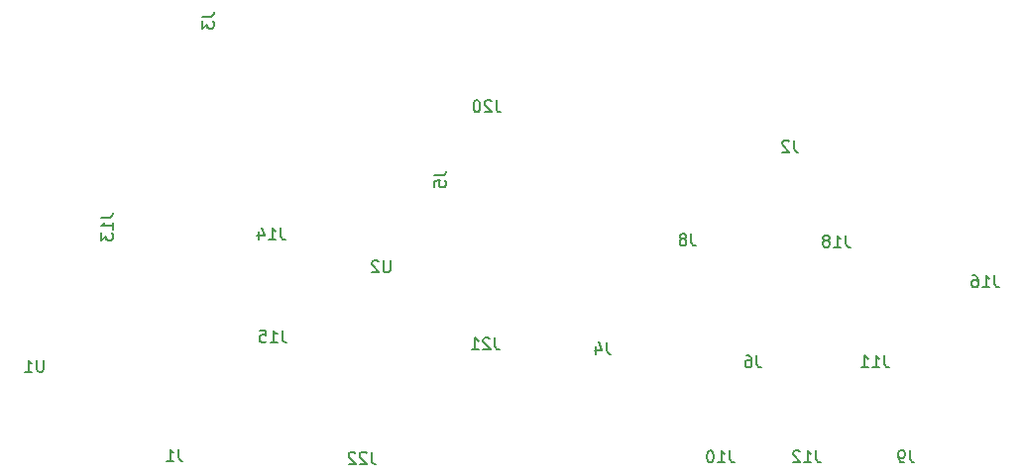
<source format=gbr>
G04 #@! TF.GenerationSoftware,KiCad,Pcbnew,(5.1.5-0-10_14)*
G04 #@! TF.CreationDate,2021-11-28T08:32:57+10:00*
G04 #@! TF.ProjectId,OH - Right Console - Output Distribution,4f48202d-2052-4696-9768-7420436f6e73,rev?*
G04 #@! TF.SameCoordinates,Original*
G04 #@! TF.FileFunction,Legend,Bot*
G04 #@! TF.FilePolarity,Positive*
%FSLAX46Y46*%
G04 Gerber Fmt 4.6, Leading zero omitted, Abs format (unit mm)*
G04 Created by KiCad (PCBNEW (5.1.5-0-10_14)) date 2021-11-28 08:32:57*
%MOMM*%
%LPD*%
G04 APERTURE LIST*
%ADD10C,0.150000*%
G04 APERTURE END LIST*
D10*
X192023904Y-102322380D02*
X192023904Y-103131904D01*
X191976285Y-103227142D01*
X191928666Y-103274761D01*
X191833428Y-103322380D01*
X191642952Y-103322380D01*
X191547714Y-103274761D01*
X191500095Y-103227142D01*
X191452476Y-103131904D01*
X191452476Y-102322380D01*
X191023904Y-102417619D02*
X190976285Y-102370000D01*
X190881047Y-102322380D01*
X190642952Y-102322380D01*
X190547714Y-102370000D01*
X190500095Y-102417619D01*
X190452476Y-102512857D01*
X190452476Y-102608095D01*
X190500095Y-102750952D01*
X191071523Y-103322380D01*
X190452476Y-103322380D01*
X190420523Y-118705380D02*
X190420523Y-119419666D01*
X190468142Y-119562523D01*
X190563380Y-119657761D01*
X190706238Y-119705380D01*
X190801476Y-119705380D01*
X189991952Y-118800619D02*
X189944333Y-118753000D01*
X189849095Y-118705380D01*
X189611000Y-118705380D01*
X189515761Y-118753000D01*
X189468142Y-118800619D01*
X189420523Y-118895857D01*
X189420523Y-118991095D01*
X189468142Y-119133952D01*
X190039571Y-119705380D01*
X189420523Y-119705380D01*
X189039571Y-118800619D02*
X188991952Y-118753000D01*
X188896714Y-118705380D01*
X188658619Y-118705380D01*
X188563380Y-118753000D01*
X188515761Y-118800619D01*
X188468142Y-118895857D01*
X188468142Y-118991095D01*
X188515761Y-119133952D01*
X189087190Y-119705380D01*
X188468142Y-119705380D01*
X200961523Y-108926380D02*
X200961523Y-109640666D01*
X201009142Y-109783523D01*
X201104380Y-109878761D01*
X201247238Y-109926380D01*
X201342476Y-109926380D01*
X200532952Y-109021619D02*
X200485333Y-108974000D01*
X200390095Y-108926380D01*
X200152000Y-108926380D01*
X200056761Y-108974000D01*
X200009142Y-109021619D01*
X199961523Y-109116857D01*
X199961523Y-109212095D01*
X200009142Y-109354952D01*
X200580571Y-109926380D01*
X199961523Y-109926380D01*
X199009142Y-109926380D02*
X199580571Y-109926380D01*
X199294857Y-109926380D02*
X199294857Y-108926380D01*
X199390095Y-109069238D01*
X199485333Y-109164476D01*
X199580571Y-109212095D01*
X201088523Y-88606380D02*
X201088523Y-89320666D01*
X201136142Y-89463523D01*
X201231380Y-89558761D01*
X201374238Y-89606380D01*
X201469476Y-89606380D01*
X200659952Y-88701619D02*
X200612333Y-88654000D01*
X200517095Y-88606380D01*
X200279000Y-88606380D01*
X200183761Y-88654000D01*
X200136142Y-88701619D01*
X200088523Y-88796857D01*
X200088523Y-88892095D01*
X200136142Y-89034952D01*
X200707571Y-89606380D01*
X200088523Y-89606380D01*
X199469476Y-88606380D02*
X199374238Y-88606380D01*
X199279000Y-88654000D01*
X199231380Y-88701619D01*
X199183761Y-88796857D01*
X199136142Y-88987333D01*
X199136142Y-89225428D01*
X199183761Y-89415904D01*
X199231380Y-89511142D01*
X199279000Y-89558761D01*
X199374238Y-89606380D01*
X199469476Y-89606380D01*
X199564714Y-89558761D01*
X199612333Y-89511142D01*
X199659952Y-89415904D01*
X199707571Y-89225428D01*
X199707571Y-88987333D01*
X199659952Y-88796857D01*
X199612333Y-88701619D01*
X199564714Y-88654000D01*
X199469476Y-88606380D01*
X195794380Y-95043666D02*
X196508666Y-95043666D01*
X196651523Y-94996047D01*
X196746761Y-94900809D01*
X196794380Y-94757952D01*
X196794380Y-94662714D01*
X195794380Y-95996047D02*
X195794380Y-95519857D01*
X196270571Y-95472238D01*
X196222952Y-95519857D01*
X196175333Y-95615095D01*
X196175333Y-95853190D01*
X196222952Y-95948428D01*
X196270571Y-95996047D01*
X196365809Y-96043666D01*
X196603904Y-96043666D01*
X196699142Y-95996047D01*
X196746761Y-95948428D01*
X196794380Y-95853190D01*
X196794380Y-95615095D01*
X196746761Y-95519857D01*
X196699142Y-95472238D01*
X175982380Y-81454666D02*
X176696666Y-81454666D01*
X176839523Y-81407047D01*
X176934761Y-81311809D01*
X176982380Y-81168952D01*
X176982380Y-81073714D01*
X175982380Y-81835619D02*
X175982380Y-82454666D01*
X176363333Y-82121333D01*
X176363333Y-82264190D01*
X176410952Y-82359428D01*
X176458571Y-82407047D01*
X176553809Y-82454666D01*
X176791904Y-82454666D01*
X176887142Y-82407047D01*
X176934761Y-82359428D01*
X176982380Y-82264190D01*
X176982380Y-81978476D01*
X176934761Y-81883238D01*
X176887142Y-81835619D01*
X226520333Y-92035380D02*
X226520333Y-92749666D01*
X226567952Y-92892523D01*
X226663190Y-92987761D01*
X226806047Y-93035380D01*
X226901285Y-93035380D01*
X226091761Y-92130619D02*
X226044142Y-92083000D01*
X225948904Y-92035380D01*
X225710809Y-92035380D01*
X225615571Y-92083000D01*
X225567952Y-92130619D01*
X225520333Y-92225857D01*
X225520333Y-92321095D01*
X225567952Y-92463952D01*
X226139380Y-93035380D01*
X225520333Y-93035380D01*
X173942333Y-118451380D02*
X173942333Y-119165666D01*
X173989952Y-119308523D01*
X174085190Y-119403761D01*
X174228047Y-119451380D01*
X174323285Y-119451380D01*
X172942333Y-119451380D02*
X173513761Y-119451380D01*
X173228047Y-119451380D02*
X173228047Y-118451380D01*
X173323285Y-118594238D01*
X173418523Y-118689476D01*
X173513761Y-118737095D01*
X228393523Y-118578380D02*
X228393523Y-119292666D01*
X228441142Y-119435523D01*
X228536380Y-119530761D01*
X228679238Y-119578380D01*
X228774476Y-119578380D01*
X227393523Y-119578380D02*
X227964952Y-119578380D01*
X227679238Y-119578380D02*
X227679238Y-118578380D01*
X227774476Y-118721238D01*
X227869714Y-118816476D01*
X227964952Y-118864095D01*
X227012571Y-118673619D02*
X226964952Y-118626000D01*
X226869714Y-118578380D01*
X226631619Y-118578380D01*
X226536380Y-118626000D01*
X226488761Y-118673619D01*
X226441142Y-118768857D01*
X226441142Y-118864095D01*
X226488761Y-119006952D01*
X227060190Y-119578380D01*
X226441142Y-119578380D01*
X234235523Y-110450380D02*
X234235523Y-111164666D01*
X234283142Y-111307523D01*
X234378380Y-111402761D01*
X234521238Y-111450380D01*
X234616476Y-111450380D01*
X233235523Y-111450380D02*
X233806952Y-111450380D01*
X233521238Y-111450380D02*
X233521238Y-110450380D01*
X233616476Y-110593238D01*
X233711714Y-110688476D01*
X233806952Y-110736095D01*
X232283142Y-111450380D02*
X232854571Y-111450380D01*
X232568857Y-111450380D02*
X232568857Y-110450380D01*
X232664095Y-110593238D01*
X232759333Y-110688476D01*
X232854571Y-110736095D01*
X221027523Y-118578380D02*
X221027523Y-119292666D01*
X221075142Y-119435523D01*
X221170380Y-119530761D01*
X221313238Y-119578380D01*
X221408476Y-119578380D01*
X220027523Y-119578380D02*
X220598952Y-119578380D01*
X220313238Y-119578380D02*
X220313238Y-118578380D01*
X220408476Y-118721238D01*
X220503714Y-118816476D01*
X220598952Y-118864095D01*
X219408476Y-118578380D02*
X219313238Y-118578380D01*
X219218000Y-118626000D01*
X219170380Y-118673619D01*
X219122761Y-118768857D01*
X219075142Y-118959333D01*
X219075142Y-119197428D01*
X219122761Y-119387904D01*
X219170380Y-119483142D01*
X219218000Y-119530761D01*
X219313238Y-119578380D01*
X219408476Y-119578380D01*
X219503714Y-119530761D01*
X219551333Y-119483142D01*
X219598952Y-119387904D01*
X219646571Y-119197428D01*
X219646571Y-118959333D01*
X219598952Y-118768857D01*
X219551333Y-118673619D01*
X219503714Y-118626000D01*
X219408476Y-118578380D01*
X236426333Y-118578380D02*
X236426333Y-119292666D01*
X236473952Y-119435523D01*
X236569190Y-119530761D01*
X236712047Y-119578380D01*
X236807285Y-119578380D01*
X235902523Y-119578380D02*
X235712047Y-119578380D01*
X235616809Y-119530761D01*
X235569190Y-119483142D01*
X235473952Y-119340285D01*
X235426333Y-119149809D01*
X235426333Y-118768857D01*
X235473952Y-118673619D01*
X235521571Y-118626000D01*
X235616809Y-118578380D01*
X235807285Y-118578380D01*
X235902523Y-118626000D01*
X235950142Y-118673619D01*
X235997761Y-118768857D01*
X235997761Y-119006952D01*
X235950142Y-119102190D01*
X235902523Y-119149809D01*
X235807285Y-119197428D01*
X235616809Y-119197428D01*
X235521571Y-119149809D01*
X235473952Y-119102190D01*
X235426333Y-119006952D01*
X223345333Y-110450380D02*
X223345333Y-111164666D01*
X223392952Y-111307523D01*
X223488190Y-111402761D01*
X223631047Y-111450380D01*
X223726285Y-111450380D01*
X222440571Y-110450380D02*
X222631047Y-110450380D01*
X222726285Y-110498000D01*
X222773904Y-110545619D01*
X222869142Y-110688476D01*
X222916761Y-110878952D01*
X222916761Y-111259904D01*
X222869142Y-111355142D01*
X222821523Y-111402761D01*
X222726285Y-111450380D01*
X222535809Y-111450380D01*
X222440571Y-111402761D01*
X222392952Y-111355142D01*
X222345333Y-111259904D01*
X222345333Y-111021809D01*
X222392952Y-110926571D01*
X222440571Y-110878952D01*
X222535809Y-110831333D01*
X222726285Y-110831333D01*
X222821523Y-110878952D01*
X222869142Y-110926571D01*
X222916761Y-111021809D01*
X217757333Y-100036380D02*
X217757333Y-100750666D01*
X217804952Y-100893523D01*
X217900190Y-100988761D01*
X218043047Y-101036380D01*
X218138285Y-101036380D01*
X217138285Y-100464952D02*
X217233523Y-100417333D01*
X217281142Y-100369714D01*
X217328761Y-100274476D01*
X217328761Y-100226857D01*
X217281142Y-100131619D01*
X217233523Y-100084000D01*
X217138285Y-100036380D01*
X216947809Y-100036380D01*
X216852571Y-100084000D01*
X216804952Y-100131619D01*
X216757333Y-100226857D01*
X216757333Y-100274476D01*
X216804952Y-100369714D01*
X216852571Y-100417333D01*
X216947809Y-100464952D01*
X217138285Y-100464952D01*
X217233523Y-100512571D01*
X217281142Y-100560190D01*
X217328761Y-100655428D01*
X217328761Y-100845904D01*
X217281142Y-100941142D01*
X217233523Y-100988761D01*
X217138285Y-101036380D01*
X216947809Y-101036380D01*
X216852571Y-100988761D01*
X216804952Y-100941142D01*
X216757333Y-100845904D01*
X216757333Y-100655428D01*
X216804952Y-100560190D01*
X216852571Y-100512571D01*
X216947809Y-100464952D01*
X243633523Y-103592380D02*
X243633523Y-104306666D01*
X243681142Y-104449523D01*
X243776380Y-104544761D01*
X243919238Y-104592380D01*
X244014476Y-104592380D01*
X242633523Y-104592380D02*
X243204952Y-104592380D01*
X242919238Y-104592380D02*
X242919238Y-103592380D01*
X243014476Y-103735238D01*
X243109714Y-103830476D01*
X243204952Y-103878095D01*
X241776380Y-103592380D02*
X241966857Y-103592380D01*
X242062095Y-103640000D01*
X242109714Y-103687619D01*
X242204952Y-103830476D01*
X242252571Y-104020952D01*
X242252571Y-104401904D01*
X242204952Y-104497142D01*
X242157333Y-104544761D01*
X242062095Y-104592380D01*
X241871619Y-104592380D01*
X241776380Y-104544761D01*
X241728761Y-104497142D01*
X241681142Y-104401904D01*
X241681142Y-104163809D01*
X241728761Y-104068571D01*
X241776380Y-104020952D01*
X241871619Y-103973333D01*
X242062095Y-103973333D01*
X242157333Y-104020952D01*
X242204952Y-104068571D01*
X242252571Y-104163809D01*
X210518333Y-109307380D02*
X210518333Y-110021666D01*
X210565952Y-110164523D01*
X210661190Y-110259761D01*
X210804047Y-110307380D01*
X210899285Y-110307380D01*
X209613571Y-109640714D02*
X209613571Y-110307380D01*
X209851666Y-109259761D02*
X210089761Y-109974047D01*
X209470714Y-109974047D01*
X162432904Y-110831380D02*
X162432904Y-111640904D01*
X162385285Y-111736142D01*
X162337666Y-111783761D01*
X162242428Y-111831380D01*
X162051952Y-111831380D01*
X161956714Y-111783761D01*
X161909095Y-111736142D01*
X161861476Y-111640904D01*
X161861476Y-110831380D01*
X160861476Y-111831380D02*
X161432904Y-111831380D01*
X161147190Y-111831380D02*
X161147190Y-110831380D01*
X161242428Y-110974238D01*
X161337666Y-111069476D01*
X161432904Y-111117095D01*
X230933523Y-100163380D02*
X230933523Y-100877666D01*
X230981142Y-101020523D01*
X231076380Y-101115761D01*
X231219238Y-101163380D01*
X231314476Y-101163380D01*
X229933523Y-101163380D02*
X230504952Y-101163380D01*
X230219238Y-101163380D02*
X230219238Y-100163380D01*
X230314476Y-100306238D01*
X230409714Y-100401476D01*
X230504952Y-100449095D01*
X229362095Y-100591952D02*
X229457333Y-100544333D01*
X229504952Y-100496714D01*
X229552571Y-100401476D01*
X229552571Y-100353857D01*
X229504952Y-100258619D01*
X229457333Y-100211000D01*
X229362095Y-100163380D01*
X229171619Y-100163380D01*
X229076380Y-100211000D01*
X229028761Y-100258619D01*
X228981142Y-100353857D01*
X228981142Y-100401476D01*
X229028761Y-100496714D01*
X229076380Y-100544333D01*
X229171619Y-100591952D01*
X229362095Y-100591952D01*
X229457333Y-100639571D01*
X229504952Y-100687190D01*
X229552571Y-100782428D01*
X229552571Y-100972904D01*
X229504952Y-101068142D01*
X229457333Y-101115761D01*
X229362095Y-101163380D01*
X229171619Y-101163380D01*
X229076380Y-101115761D01*
X229028761Y-101068142D01*
X228981142Y-100972904D01*
X228981142Y-100782428D01*
X229028761Y-100687190D01*
X229076380Y-100639571D01*
X229171619Y-100591952D01*
X182800523Y-108291380D02*
X182800523Y-109005666D01*
X182848142Y-109148523D01*
X182943380Y-109243761D01*
X183086238Y-109291380D01*
X183181476Y-109291380D01*
X181800523Y-109291380D02*
X182371952Y-109291380D01*
X182086238Y-109291380D02*
X182086238Y-108291380D01*
X182181476Y-108434238D01*
X182276714Y-108529476D01*
X182371952Y-108577095D01*
X180895761Y-108291380D02*
X181371952Y-108291380D01*
X181419571Y-108767571D01*
X181371952Y-108719952D01*
X181276714Y-108672333D01*
X181038619Y-108672333D01*
X180943380Y-108719952D01*
X180895761Y-108767571D01*
X180848142Y-108862809D01*
X180848142Y-109100904D01*
X180895761Y-109196142D01*
X180943380Y-109243761D01*
X181038619Y-109291380D01*
X181276714Y-109291380D01*
X181371952Y-109243761D01*
X181419571Y-109196142D01*
X182673523Y-99528380D02*
X182673523Y-100242666D01*
X182721142Y-100385523D01*
X182816380Y-100480761D01*
X182959238Y-100528380D01*
X183054476Y-100528380D01*
X181673523Y-100528380D02*
X182244952Y-100528380D01*
X181959238Y-100528380D02*
X181959238Y-99528380D01*
X182054476Y-99671238D01*
X182149714Y-99766476D01*
X182244952Y-99814095D01*
X180816380Y-99861714D02*
X180816380Y-100528380D01*
X181054476Y-99480761D02*
X181292571Y-100195047D01*
X180673523Y-100195047D01*
X167346380Y-98631476D02*
X168060666Y-98631476D01*
X168203523Y-98583857D01*
X168298761Y-98488619D01*
X168346380Y-98345761D01*
X168346380Y-98250523D01*
X168346380Y-99631476D02*
X168346380Y-99060047D01*
X168346380Y-99345761D02*
X167346380Y-99345761D01*
X167489238Y-99250523D01*
X167584476Y-99155285D01*
X167632095Y-99060047D01*
X167346380Y-99964809D02*
X167346380Y-100583857D01*
X167727333Y-100250523D01*
X167727333Y-100393380D01*
X167774952Y-100488619D01*
X167822571Y-100536238D01*
X167917809Y-100583857D01*
X168155904Y-100583857D01*
X168251142Y-100536238D01*
X168298761Y-100488619D01*
X168346380Y-100393380D01*
X168346380Y-100107666D01*
X168298761Y-100012428D01*
X168251142Y-99964809D01*
M02*

</source>
